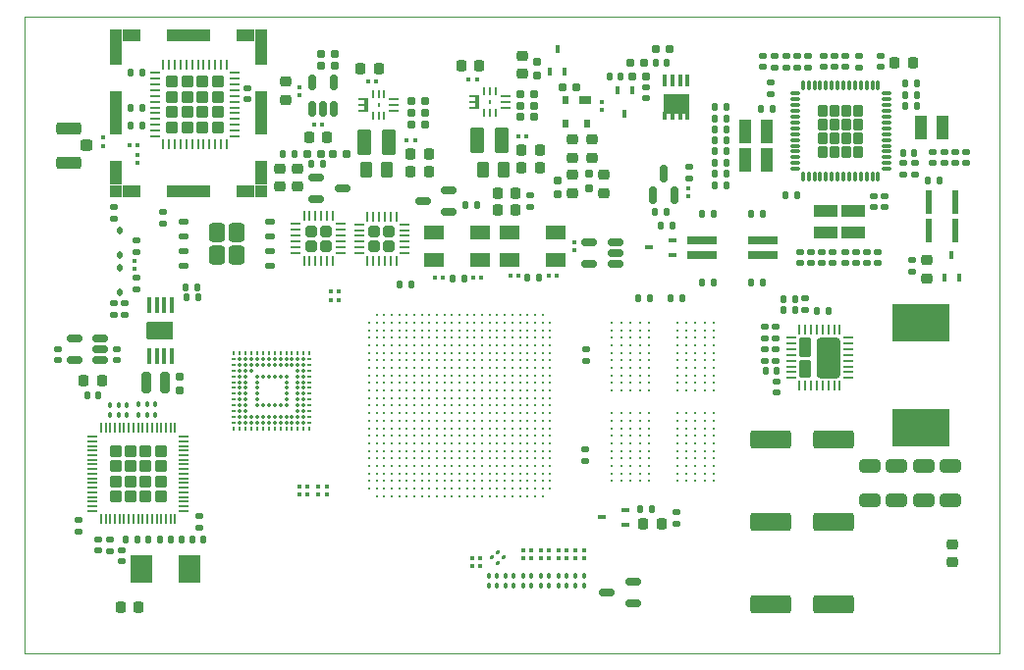
<source format=gbr>
%TF.GenerationSoftware,KiCad,Pcbnew,7.99.0-3958-g1df84f4d92*%
%TF.CreationDate,2023-12-24T01:25:56+01:00*%
%TF.ProjectId,SBC,5342432e-6b69-4636-9164-5f7063625858,rev?*%
%TF.SameCoordinates,Original*%
%TF.FileFunction,Paste,Top*%
%TF.FilePolarity,Positive*%
%FSLAX46Y46*%
G04 Gerber Fmt 4.6, Leading zero omitted, Abs format (unit mm)*
G04 Created by KiCad (PCBNEW 7.99.0-3958-g1df84f4d92) date 2023-12-24 01:25:56*
%MOMM*%
%LPD*%
G01*
G04 APERTURE LIST*
G04 Aperture macros list*
%AMRoundRect*
0 Rectangle with rounded corners*
0 $1 Rounding radius*
0 $2 $3 $4 $5 $6 $7 $8 $9 X,Y pos of 4 corners*
0 Add a 4 corners polygon primitive as box body*
4,1,4,$2,$3,$4,$5,$6,$7,$8,$9,$2,$3,0*
0 Add four circle primitives for the rounded corners*
1,1,$1+$1,$2,$3*
1,1,$1+$1,$4,$5*
1,1,$1+$1,$6,$7*
1,1,$1+$1,$8,$9*
0 Add four rect primitives between the rounded corners*
20,1,$1+$1,$2,$3,$4,$5,0*
20,1,$1+$1,$4,$5,$6,$7,0*
20,1,$1+$1,$6,$7,$8,$9,0*
20,1,$1+$1,$8,$9,$2,$3,0*%
%AMFreePoly0*
4,1,25,0.317682,0.485319,0.329034,0.475624,0.407847,0.396811,0.434540,0.344422,0.435711,0.329540,0.435711,-0.329540,0.417542,-0.385459,0.407847,-0.396811,0.329034,-0.475624,0.276645,-0.502317,0.261763,-0.503488,-0.261763,-0.503488,-0.317682,-0.485319,-0.329034,-0.475624,-0.407847,-0.396811,-0.434540,-0.344422,-0.435711,-0.329540,-0.435711,0.329540,-0.417542,0.385459,-0.407847,0.396811,
-0.329034,0.475624,-0.276645,0.502317,-0.261763,0.503488,0.261763,0.503488,0.317682,0.485319,0.317682,0.485319,$1*%
G04 Aperture macros list end*
%ADD10RoundRect,0.218750X0.256250X-0.218750X0.256250X0.218750X-0.256250X0.218750X-0.256250X-0.218750X0*%
%ADD11RoundRect,0.135000X0.135000X0.185000X-0.135000X0.185000X-0.135000X-0.185000X0.135000X-0.185000X0*%
%ADD12RoundRect,0.135000X0.185000X-0.135000X0.185000X0.135000X-0.185000X0.135000X-0.185000X-0.135000X0*%
%ADD13RoundRect,0.250000X0.435000X0.555000X-0.435000X0.555000X-0.435000X-0.555000X0.435000X-0.555000X0*%
%ADD14RoundRect,0.125000X0.262500X0.125000X-0.262500X0.125000X-0.262500X-0.125000X0.262500X-0.125000X0*%
%ADD15RoundRect,0.150000X0.512500X0.150000X-0.512500X0.150000X-0.512500X-0.150000X0.512500X-0.150000X0*%
%ADD16RoundRect,0.140000X-0.170000X0.140000X-0.170000X-0.140000X0.170000X-0.140000X0.170000X0.140000X0*%
%ADD17RoundRect,0.140000X0.140000X0.170000X-0.140000X0.170000X-0.140000X-0.170000X0.140000X-0.170000X0*%
%ADD18RoundRect,0.160000X-0.160000X0.197500X-0.160000X-0.197500X0.160000X-0.197500X0.160000X0.197500X0*%
%ADD19RoundRect,0.135000X-0.135000X-0.185000X0.135000X-0.185000X0.135000X0.185000X-0.135000X0.185000X0*%
%ADD20R,0.250000X0.700000*%
%ADD21R,0.900000X0.250000*%
%ADD22R,0.400000X1.250000*%
%ADD23R,0.250000X0.400000*%
%ADD24RoundRect,0.090000X-0.090000X0.139000X-0.090000X-0.139000X0.090000X-0.139000X0.090000X0.139000X0*%
%ADD25RoundRect,0.160000X-0.197500X-0.160000X0.197500X-0.160000X0.197500X0.160000X-0.197500X0.160000X0*%
%ADD26RoundRect,0.140000X0.170000X-0.140000X0.170000X0.140000X-0.170000X0.140000X-0.170000X-0.140000X0*%
%ADD27RoundRect,0.079500X-0.100500X0.079500X-0.100500X-0.079500X0.100500X-0.079500X0.100500X0.079500X0*%
%ADD28RoundRect,0.250000X0.285000X-0.285000X0.285000X0.285000X-0.285000X0.285000X-0.285000X-0.285000X0*%
%ADD29RoundRect,0.062500X0.062500X-0.337500X0.062500X0.337500X-0.062500X0.337500X-0.062500X-0.337500X0*%
%ADD30RoundRect,0.062500X0.337500X-0.062500X0.337500X0.062500X-0.337500X0.062500X-0.337500X-0.062500X0*%
%ADD31R,2.000000X1.100000*%
%ADD32RoundRect,0.140000X-0.140000X-0.170000X0.140000X-0.170000X0.140000X0.170000X-0.140000X0.170000X0*%
%ADD33RoundRect,0.062500X-0.375000X-0.062500X0.375000X-0.062500X0.375000X0.062500X-0.375000X0.062500X0*%
%ADD34RoundRect,0.062500X-0.062500X-0.375000X0.062500X-0.375000X0.062500X0.375000X-0.062500X0.375000X0*%
%ADD35RoundRect,0.106599X0.418401X0.723401X-0.418401X0.723401X-0.418401X-0.723401X0.418401X-0.723401X0*%
%ADD36RoundRect,0.106599X0.418401X0.633401X-0.418401X0.633401X-0.418401X-0.633401X0.418401X-0.633401X0*%
%ADD37RoundRect,0.200000X0.785000X-1.540000X0.785000X1.540000X-0.785000X1.540000X-0.785000X-1.540000X0*%
%ADD38RoundRect,0.079500X-0.079500X-0.100500X0.079500X-0.100500X0.079500X0.100500X-0.079500X0.100500X0*%
%ADD39C,0.270000*%
%ADD40RoundRect,0.079500X0.100500X-0.079500X0.100500X0.079500X-0.100500X0.079500X-0.100500X-0.079500X0*%
%ADD41R,1.000000X1.000000*%
%ADD42R,1.000000X2.130000*%
%ADD43R,1.000000X3.800000*%
%ADD44R,1.650000X1.000000*%
%ADD45R,3.800000X1.000000*%
%ADD46RoundRect,0.225000X-0.225000X-0.250000X0.225000X-0.250000X0.225000X0.250000X-0.225000X0.250000X0*%
%ADD47RoundRect,0.160000X0.197500X0.160000X-0.197500X0.160000X-0.197500X-0.160000X0.197500X-0.160000X0*%
%ADD48RoundRect,0.135000X-0.185000X0.135000X-0.185000X-0.135000X0.185000X-0.135000X0.185000X0.135000X0*%
%ADD49RoundRect,0.250000X-0.650000X0.325000X-0.650000X-0.325000X0.650000X-0.325000X0.650000X0.325000X0*%
%ADD50RoundRect,0.218750X0.218750X0.256250X-0.218750X0.256250X-0.218750X-0.256250X0.218750X-0.256250X0*%
%ADD51R,1.100000X2.000000*%
%ADD52RoundRect,0.090000X0.090000X-0.139000X0.090000X0.139000X-0.090000X0.139000X-0.090000X-0.139000X0*%
%ADD53RoundRect,0.250000X-0.255000X0.255000X-0.255000X-0.255000X0.255000X-0.255000X0.255000X0.255000X0*%
%ADD54RoundRect,0.062500X-0.062500X0.375000X-0.062500X-0.375000X0.062500X-0.375000X0.062500X0.375000X0*%
%ADD55RoundRect,0.062500X-0.375000X0.062500X-0.375000X-0.062500X0.375000X-0.062500X0.375000X0.062500X0*%
%ADD56RoundRect,0.225000X0.225000X0.250000X-0.225000X0.250000X-0.225000X-0.250000X0.225000X-0.250000X0*%
%ADD57RoundRect,0.250000X1.500000X0.550000X-1.500000X0.550000X-1.500000X-0.550000X1.500000X-0.550000X0*%
%ADD58R,0.450000X0.700000*%
%ADD59RoundRect,0.218750X-0.218750X-0.256250X0.218750X-0.256250X0.218750X0.256250X-0.218750X0.256250X0*%
%ADD60O,0.200000X0.350000*%
%ADD61O,0.350000X0.200000*%
%ADD62C,0.350000*%
%ADD63RoundRect,0.079500X0.079500X0.100500X-0.079500X0.100500X-0.079500X-0.100500X0.079500X-0.100500X0*%
%ADD64R,0.700000X0.450000*%
%ADD65RoundRect,0.225000X0.250000X-0.225000X0.250000X0.225000X-0.250000X0.225000X-0.250000X-0.225000X0*%
%ADD66R,0.450000X1.450000*%
%ADD67RoundRect,0.076200X1.066800X0.685800X-1.066800X0.685800X-1.066800X-0.685800X1.066800X-0.685800X0*%
%ADD68RoundRect,0.079500X-0.127279X-0.014849X-0.014849X-0.127279X0.127279X0.014849X0.014849X0.127279X0*%
%ADD69RoundRect,0.173913X-0.226087X-0.726087X0.226087X-0.726087X0.226087X0.726087X-0.226087X0.726087X0*%
%ADD70RoundRect,0.025000X-0.225000X-0.975000X0.225000X-0.975000X0.225000X0.975000X-0.225000X0.975000X0*%
%ADD71RoundRect,0.112500X0.112500X-0.187500X0.112500X0.187500X-0.112500X0.187500X-0.112500X-0.187500X0*%
%ADD72R,4.950000X3.175000*%
%ADD73C,0.330200*%
%ADD74FreePoly0,0.000000*%
%ADD75RoundRect,0.067500X-0.357500X-0.067500X0.357500X-0.067500X0.357500X0.067500X-0.357500X0.067500X0*%
%ADD76RoundRect,0.067500X-0.067500X0.357500X-0.067500X-0.357500X0.067500X-0.357500X0.067500X0.357500X0*%
%ADD77RoundRect,0.250000X0.262500X0.450000X-0.262500X0.450000X-0.262500X-0.450000X0.262500X-0.450000X0*%
%ADD78R,0.405000X0.990000*%
%ADD79R,2.235000X1.725000*%
%ADD80R,0.406250X0.760000*%
%ADD81R,1.900000X2.400000*%
%ADD82RoundRect,0.250000X0.275000X0.275000X-0.275000X0.275000X-0.275000X-0.275000X0.275000X-0.275000X0*%
%ADD83RoundRect,0.050000X0.362500X0.050000X-0.362500X0.050000X-0.362500X-0.050000X0.362500X-0.050000X0*%
%ADD84RoundRect,0.050000X0.050000X0.362500X-0.050000X0.362500X-0.050000X-0.362500X0.050000X-0.362500X0*%
%ADD85RoundRect,0.218750X-0.256250X0.218750X-0.256250X-0.218750X0.256250X-0.218750X0.256250X0.218750X0*%
%ADD86R,2.650000X0.760000*%
%ADD87RoundRect,0.250000X-0.375000X-0.850000X0.375000X-0.850000X0.375000X0.850000X-0.375000X0.850000X0*%
%ADD88R,1.000000X0.700000*%
%ADD89R,0.600000X0.700000*%
%ADD90R,1.800000X1.200000*%
%ADD91RoundRect,0.250000X0.275000X0.250000X-0.275000X0.250000X-0.275000X-0.250000X0.275000X-0.250000X0*%
%ADD92RoundRect,0.250000X0.850000X0.275000X-0.850000X0.275000X-0.850000X-0.275000X0.850000X-0.275000X0*%
%ADD93RoundRect,0.225000X-0.250000X0.225000X-0.250000X-0.225000X0.250000X-0.225000X0.250000X0.225000X0*%
%ADD94RoundRect,0.150000X0.150000X-0.512500X0.150000X0.512500X-0.150000X0.512500X-0.150000X-0.512500X0*%
%ADD95RoundRect,0.150000X-0.512500X-0.150000X0.512500X-0.150000X0.512500X0.150000X-0.512500X0.150000X0*%
%ADD96RoundRect,0.150000X0.150000X-0.587500X0.150000X0.587500X-0.150000X0.587500X-0.150000X-0.587500X0*%
%TA.AperFunction,Profile*%
%ADD97C,0.100000*%
%TD*%
G04 APERTURE END LIST*
D10*
%TO.C,D4*%
X104809481Y-89762514D03*
X104809481Y-88187514D03*
%TD*%
D11*
%TO.C,R84*%
X96565081Y-93818814D03*
X95545081Y-93818814D03*
%TD*%
D12*
%TO.C,R107*%
X62148081Y-122014814D03*
X62148081Y-120994814D03*
%TD*%
D13*
%TO.C,U14*%
X75802681Y-98174314D03*
X75802681Y-96174314D03*
X74102681Y-98174314D03*
X74102681Y-96174314D03*
D14*
X78702681Y-99079314D03*
X78702681Y-97809314D03*
X78702681Y-96539314D03*
X78702681Y-95269314D03*
X71202681Y-95269314D03*
X71202681Y-96539314D03*
X71202681Y-97809314D03*
X71202681Y-99079314D03*
%TD*%
D15*
%TO.C,U10*%
X108486981Y-98951014D03*
X108486981Y-98001014D03*
X108486981Y-97051014D03*
X106211981Y-97051014D03*
X106211981Y-98951014D03*
%TD*%
D11*
%TO.C,R77*%
X111593381Y-120115414D03*
X110573381Y-120115414D03*
%TD*%
D16*
%TO.C,C17*%
X122343462Y-109070028D03*
X122343462Y-110030028D03*
%TD*%
D17*
%TO.C,C60*%
X124120000Y-93030400D03*
X123160000Y-93030400D03*
%TD*%
D12*
%TO.C,R3*%
X122318462Y-105355028D03*
X122318462Y-104335028D03*
%TD*%
D16*
%TO.C,C327*%
X65882500Y-123650400D03*
X65882500Y-124610400D03*
%TD*%
D18*
%TO.C,R31*%
X106206481Y-91168514D03*
X106206481Y-92363514D03*
%TD*%
D19*
%TO.C,R86*%
X71517481Y-101818014D03*
X72537481Y-101818014D03*
%TD*%
D17*
%TO.C,C54*%
X118023462Y-92112527D03*
X117063462Y-92112527D03*
%TD*%
D16*
%TO.C,C317*%
X63920000Y-122712900D03*
X63920000Y-123672900D03*
%TD*%
%TO.C,C34*%
X129243462Y-97877528D03*
X129243462Y-98837528D03*
%TD*%
D10*
%TO.C,D5*%
X135314881Y-100151114D03*
X135314881Y-98576114D03*
%TD*%
D20*
%TO.C,U5*%
X87552481Y-86170014D03*
X88052481Y-86170014D03*
X88552481Y-86170014D03*
D21*
X89402481Y-85720014D03*
X89402481Y-85220014D03*
X89402481Y-84720014D03*
D20*
X88552481Y-84270014D03*
X88052481Y-84270014D03*
X87552481Y-84270014D03*
D21*
X86702481Y-85720014D03*
X86702481Y-85220014D03*
D22*
X86952481Y-85220014D03*
D21*
X86702481Y-84720014D03*
D23*
X88052481Y-85220014D03*
%TD*%
D24*
%TO.C,R41*%
X99714681Y-125847514D03*
X99714681Y-126712514D03*
%TD*%
D11*
%TO.C,R109*%
X67292500Y-122730400D03*
X66272500Y-122730400D03*
%TD*%
D25*
%TO.C,R23*%
X83129981Y-81818014D03*
X84324981Y-81818014D03*
%TD*%
D12*
%TO.C,R90*%
X65240000Y-95060000D03*
X65240000Y-94040000D03*
%TD*%
D26*
%TO.C,C63*%
X111093000Y-84608000D03*
X111093000Y-83648000D03*
%TD*%
D24*
%TO.C,R101*%
X65627881Y-111090114D03*
X65627881Y-111955114D03*
%TD*%
D12*
%TO.C,R9*%
X129458462Y-81970028D03*
X129458462Y-80950028D03*
%TD*%
D27*
%TO.C,C65*%
X81227481Y-83660514D03*
X81227481Y-84350514D03*
%TD*%
D16*
%TO.C,C39*%
X130193462Y-97877528D03*
X130193462Y-98837528D03*
%TD*%
D28*
%TO.C,U19*%
X70247481Y-87148014D03*
X71567481Y-87148014D03*
X72887481Y-87148014D03*
X74207481Y-87148014D03*
X70247481Y-85828014D03*
X71567481Y-85828014D03*
X72887481Y-85828014D03*
X74207481Y-85828014D03*
X70247481Y-84508014D03*
X71567481Y-84508014D03*
X72887481Y-84508014D03*
X74207481Y-84508014D03*
X70247481Y-83188014D03*
X71567481Y-83188014D03*
X72887481Y-83188014D03*
X74207481Y-83188014D03*
D29*
X69477481Y-88618014D03*
X69977481Y-88618014D03*
X70477481Y-88618014D03*
X70977481Y-88618014D03*
X71477481Y-88618014D03*
X71977481Y-88618014D03*
X72477481Y-88618014D03*
X72977481Y-88618014D03*
X73477481Y-88618014D03*
X73977481Y-88618014D03*
X74477481Y-88618014D03*
X74977481Y-88618014D03*
D30*
X75677481Y-87918014D03*
X75677481Y-87418014D03*
X75677481Y-86918014D03*
X75677481Y-86418014D03*
X75677481Y-85918014D03*
X75677481Y-85418014D03*
X75677481Y-84918014D03*
X75677481Y-84418014D03*
X75677481Y-83918014D03*
X75677481Y-83418014D03*
X75677481Y-82918014D03*
X75677481Y-82418014D03*
D29*
X74977481Y-81718014D03*
X74477481Y-81718014D03*
X73977481Y-81718014D03*
X73477481Y-81718014D03*
X72977481Y-81718014D03*
X72477481Y-81718014D03*
X71977481Y-81718014D03*
X71477481Y-81718014D03*
X70977481Y-81718014D03*
X70477481Y-81718014D03*
X69977481Y-81718014D03*
X69477481Y-81718014D03*
D30*
X68777481Y-82418014D03*
X68777481Y-82918014D03*
X68777481Y-83418014D03*
X68777481Y-83918014D03*
X68777481Y-84418014D03*
X68777481Y-84918014D03*
X68777481Y-85418014D03*
X68777481Y-85918014D03*
X68777481Y-86418014D03*
X68777481Y-86918014D03*
X68777481Y-87418014D03*
X68777481Y-87918014D03*
%TD*%
D16*
%TO.C,C38*%
X137780000Y-89230400D03*
X137780000Y-90190400D03*
%TD*%
%TO.C,C59*%
X130755962Y-93090028D03*
X130755962Y-94050028D03*
%TD*%
D31*
%TO.C,L5*%
X126593462Y-94325028D03*
X126593462Y-96225028D03*
%TD*%
D32*
%TO.C,C62*%
X133505962Y-85270028D03*
X134465962Y-85270028D03*
%TD*%
D33*
%TO.C,U2*%
X123655962Y-105270028D03*
X123655962Y-105770028D03*
X123655962Y-106270028D03*
X123655962Y-106770028D03*
X123655962Y-107270028D03*
X123655962Y-107770028D03*
X123655962Y-108270028D03*
X123655962Y-108770028D03*
D34*
X124343462Y-109457528D03*
X124843462Y-109457528D03*
X125343462Y-109457528D03*
X125843462Y-109457528D03*
X126343462Y-109457528D03*
X126843462Y-109457528D03*
X127343462Y-109457528D03*
X127843462Y-109457528D03*
D33*
X128530962Y-108770028D03*
X128530962Y-108270028D03*
X128530962Y-107770028D03*
X128530962Y-107270028D03*
X128530962Y-106770028D03*
X128530962Y-106270028D03*
X128530962Y-105770028D03*
X128530962Y-105270028D03*
D34*
X127843462Y-104582528D03*
X127343462Y-104582528D03*
X126843462Y-104582528D03*
X126343462Y-104582528D03*
X125843462Y-104582528D03*
X125343462Y-104582528D03*
X124843462Y-104582528D03*
X124343462Y-104582528D03*
D35*
X124878462Y-106110028D03*
D36*
X124878462Y-108020028D03*
D37*
X126848462Y-107020028D03*
%TD*%
D27*
%TO.C,C97*%
X81940400Y-118120600D03*
X81940400Y-118810600D03*
%TD*%
D38*
%TO.C,C74*%
X90501481Y-88268014D03*
X91191481Y-88268014D03*
%TD*%
D17*
%TO.C,C1*%
X122373462Y-108170028D03*
X121413462Y-108170028D03*
%TD*%
D12*
%TO.C,R1*%
X122318462Y-107280028D03*
X122318462Y-106260028D03*
%TD*%
D39*
%TO.C,U12*%
X108195000Y-104005400D03*
X108995000Y-104005400D03*
X109795000Y-104005400D03*
X110595000Y-104005400D03*
X111395000Y-104005400D03*
X113795000Y-104005400D03*
X114595000Y-104005400D03*
X115395000Y-104005400D03*
X116195000Y-104005400D03*
X116995000Y-104005400D03*
X108195000Y-117005400D03*
X108995000Y-117005400D03*
X109795000Y-117005400D03*
X110595000Y-117005400D03*
X111395000Y-117005400D03*
X113795000Y-117005400D03*
X114595000Y-117005400D03*
X115395000Y-117005400D03*
X116195000Y-117005400D03*
X116995000Y-117005400D03*
X108195000Y-117655400D03*
X108995000Y-117655400D03*
X109795000Y-117655400D03*
X110595000Y-117655400D03*
X111395000Y-117655400D03*
X113795000Y-117655400D03*
X114595000Y-117655400D03*
X115395000Y-117655400D03*
X116195000Y-117655400D03*
X116995000Y-117655400D03*
X108195000Y-104655400D03*
X108995000Y-104655400D03*
X109795000Y-104655400D03*
X110595000Y-104655400D03*
X111395000Y-104655400D03*
X113795000Y-104655400D03*
X114595000Y-104655400D03*
X115395000Y-104655400D03*
X116195000Y-104655400D03*
X116995000Y-104655400D03*
X108195000Y-105305400D03*
X108995000Y-105305400D03*
X109795000Y-105305400D03*
X110595000Y-105305400D03*
X111395000Y-105305400D03*
X113795000Y-105305400D03*
X114595000Y-105305400D03*
X115395000Y-105305400D03*
X116195000Y-105305400D03*
X116995000Y-105305400D03*
X108195000Y-105955400D03*
X108995000Y-105955400D03*
X109795000Y-105955400D03*
X110595000Y-105955400D03*
X111395000Y-105955400D03*
X113795000Y-105955400D03*
X114595000Y-105955400D03*
X115395000Y-105955400D03*
X116195000Y-105955400D03*
X116995000Y-105955400D03*
X108195000Y-106605400D03*
X108995000Y-106605400D03*
X109795000Y-106605400D03*
X110595000Y-106605400D03*
X111395000Y-106605400D03*
X113795000Y-106605400D03*
X114595000Y-106605400D03*
X115395000Y-106605400D03*
X116195000Y-106605400D03*
X116995000Y-106605400D03*
X108195000Y-107255400D03*
X108995000Y-107255400D03*
X109795000Y-107255400D03*
X110595000Y-107255400D03*
X111395000Y-107255400D03*
X113795000Y-107255400D03*
X114595000Y-107255400D03*
X115395000Y-107255400D03*
X116195000Y-107255400D03*
X116995000Y-107255400D03*
X108195000Y-107905400D03*
X108995000Y-107905400D03*
X109795000Y-107905400D03*
X110595000Y-107905400D03*
X111395000Y-107905400D03*
X113795000Y-107905400D03*
X114595000Y-107905400D03*
X115395000Y-107905400D03*
X116195000Y-107905400D03*
X116995000Y-107905400D03*
X108195000Y-108555400D03*
X108995000Y-108555400D03*
X109795000Y-108555400D03*
X110595000Y-108555400D03*
X111395000Y-108555400D03*
X113795000Y-108555400D03*
X114595000Y-108555400D03*
X115395000Y-108555400D03*
X116195000Y-108555400D03*
X116995000Y-108555400D03*
X108195000Y-109205400D03*
X108995000Y-109205400D03*
X109795000Y-109205400D03*
X110595000Y-109205400D03*
X111395000Y-109205400D03*
X113795000Y-109205400D03*
X114595000Y-109205400D03*
X115395000Y-109205400D03*
X116195000Y-109205400D03*
X116995000Y-109205400D03*
X108195000Y-109855400D03*
X108995000Y-109855400D03*
X109795000Y-109855400D03*
X110595000Y-109855400D03*
X111395000Y-109855400D03*
X113795000Y-109855400D03*
X114595000Y-109855400D03*
X115395000Y-109855400D03*
X116195000Y-109855400D03*
X116995000Y-109855400D03*
X108195000Y-111805400D03*
X108995000Y-111805400D03*
X109795000Y-111805400D03*
X110595000Y-111805400D03*
X111395000Y-111805400D03*
X113795000Y-111805400D03*
X114595000Y-111805400D03*
X115395000Y-111805400D03*
X116195000Y-111805400D03*
X116995000Y-111805400D03*
X108195000Y-112455400D03*
X108995000Y-112455400D03*
X109795000Y-112455400D03*
X110595000Y-112455400D03*
X111395000Y-112455400D03*
X113795000Y-112455400D03*
X114595000Y-112455400D03*
X115395000Y-112455400D03*
X116195000Y-112455400D03*
X116995000Y-112455400D03*
X108195000Y-113105400D03*
X108995000Y-113105400D03*
X109795000Y-113105400D03*
X110595000Y-113105400D03*
X111395000Y-113105400D03*
X113795000Y-113105400D03*
X114595000Y-113105400D03*
X115395000Y-113105400D03*
X116195000Y-113105400D03*
X116995000Y-113105400D03*
X108195000Y-113755400D03*
X108995000Y-113755400D03*
X109795000Y-113755400D03*
X110595000Y-113755400D03*
X111395000Y-113755400D03*
X113795000Y-113755400D03*
X114595000Y-113755400D03*
X115395000Y-113755400D03*
X116195000Y-113755400D03*
X116995000Y-113755400D03*
X108195000Y-114405400D03*
X108995000Y-114405400D03*
X109795000Y-114405400D03*
X110595000Y-114405400D03*
X111395000Y-114405400D03*
X113795000Y-114405400D03*
X114595000Y-114405400D03*
X115395000Y-114405400D03*
X116195000Y-114405400D03*
X116995000Y-114405400D03*
X108195000Y-115055400D03*
X108995000Y-115055400D03*
X109795000Y-115055400D03*
X110595000Y-115055400D03*
X111395000Y-115055400D03*
X113795000Y-115055400D03*
X114595000Y-115055400D03*
X115395000Y-115055400D03*
X116195000Y-115055400D03*
X116995000Y-115055400D03*
X108195000Y-115705400D03*
X108995000Y-115705400D03*
X109795000Y-115705400D03*
X110595000Y-115705400D03*
X111395000Y-115705400D03*
X113795000Y-115705400D03*
X114595000Y-115705400D03*
X115395000Y-115705400D03*
X116195000Y-115705400D03*
X116995000Y-115705400D03*
X108195000Y-116355400D03*
X108995000Y-116355400D03*
X109795000Y-116355400D03*
X110595000Y-116355400D03*
X111395000Y-116355400D03*
X113795000Y-116355400D03*
X114595000Y-116355400D03*
X115395000Y-116355400D03*
X116195000Y-116355400D03*
X116995000Y-116355400D03*
%TD*%
D40*
%TO.C,C314*%
X64262481Y-88724014D03*
X64262481Y-88034014D03*
%TD*%
D41*
%TO.C,J2*%
X65444481Y-79175014D03*
D42*
X65444481Y-80740014D03*
D43*
X65444481Y-85905014D03*
D42*
X65444481Y-91070014D03*
D41*
X65444481Y-92635014D03*
D44*
X66769481Y-79175014D03*
X66769481Y-92635014D03*
D45*
X71694481Y-79175014D03*
X71694481Y-92635014D03*
D44*
X76619481Y-79175014D03*
X76619481Y-92635014D03*
D41*
X77944481Y-79175014D03*
D42*
X77944481Y-80740014D03*
D43*
X77944481Y-85905014D03*
D42*
X77944481Y-91070014D03*
D41*
X77944481Y-92635014D03*
%TD*%
D17*
%TO.C,C316*%
X67657481Y-85418014D03*
X66697481Y-85418014D03*
%TD*%
D46*
%TO.C,C75*%
X90833481Y-90935014D03*
X92383481Y-90935014D03*
%TD*%
D47*
%TO.C,R17*%
X111090500Y-82728000D03*
X109895500Y-82728000D03*
%TD*%
D48*
%TO.C,R14*%
X124143462Y-80935028D03*
X124143462Y-81955028D03*
%TD*%
D27*
%TO.C,C99*%
X83566000Y-118120600D03*
X83566000Y-118810600D03*
%TD*%
D49*
%TO.C,C46*%
X130443462Y-116370028D03*
X130443462Y-119320028D03*
%TD*%
D11*
%TO.C,R67*%
X111503000Y-101924200D03*
X110483000Y-101924200D03*
%TD*%
D50*
%TO.C,D8*%
X99892581Y-94301414D03*
X98317581Y-94301414D03*
%TD*%
D48*
%TO.C,R7*%
X124875481Y-101910614D03*
X124875481Y-102930614D03*
%TD*%
D51*
%TO.C,L1*%
X121568462Y-87525028D03*
X119668462Y-87525028D03*
%TD*%
D52*
%TO.C,R48*%
X102762681Y-126712514D03*
X102762681Y-125847514D03*
%TD*%
D38*
%TO.C,C107*%
X96157481Y-125029214D03*
X96847481Y-125029214D03*
%TD*%
D53*
%TO.C,U15*%
X88950481Y-96130214D03*
X87700481Y-96130214D03*
X88950481Y-97380214D03*
X87700481Y-97380214D03*
D54*
X89575481Y-94817714D03*
X89075481Y-94817714D03*
X88575481Y-94817714D03*
X88075481Y-94817714D03*
X87575481Y-94817714D03*
X87075481Y-94817714D03*
D55*
X86387981Y-95505214D03*
X86387981Y-96005214D03*
X86387981Y-96505214D03*
X86387981Y-97005214D03*
X86387981Y-97505214D03*
X86387981Y-98005214D03*
D54*
X87075481Y-98692714D03*
X87575481Y-98692714D03*
X88075481Y-98692714D03*
X88575481Y-98692714D03*
X89075481Y-98692714D03*
X89575481Y-98692714D03*
D55*
X90262981Y-98005214D03*
X90262981Y-97505214D03*
X90262981Y-97005214D03*
X90262981Y-96505214D03*
X90262981Y-96005214D03*
X90262981Y-95505214D03*
%TD*%
D11*
%TO.C,R89*%
X80800881Y-89474314D03*
X79780881Y-89474314D03*
%TD*%
D56*
%TO.C,C287*%
X134115481Y-81545014D03*
X132565481Y-81545014D03*
%TD*%
D38*
%TO.C,C86*%
X95828286Y-82964214D03*
X96518286Y-82964214D03*
%TD*%
D27*
%TO.C,C149*%
X104916581Y-97026014D03*
X104916581Y-97716014D03*
%TD*%
D48*
%TO.C,R59*%
X114865481Y-90535014D03*
X114865481Y-91555014D03*
%TD*%
D17*
%TO.C,C49*%
X118023462Y-90175861D03*
X117063462Y-90175861D03*
%TD*%
D12*
%TO.C,R10*%
X123193462Y-81955028D03*
X123193462Y-80935028D03*
%TD*%
D57*
%TO.C,C20*%
X127293462Y-121170028D03*
X121893462Y-121170028D03*
%TD*%
D52*
%TO.C,R51*%
X104286681Y-126712514D03*
X104286681Y-125847514D03*
%TD*%
D46*
%TO.C,C85*%
X100412286Y-90584214D03*
X101962286Y-90584214D03*
%TD*%
D51*
%TO.C,L4*%
X134818462Y-87125028D03*
X136718462Y-87125028D03*
%TD*%
D17*
%TO.C,C44*%
X118023462Y-89207528D03*
X117063462Y-89207528D03*
%TD*%
D46*
%TO.C,C73*%
X82094481Y-88033514D03*
X83644481Y-88033514D03*
%TD*%
D50*
%TO.C,D7*%
X99892581Y-92802814D03*
X98317581Y-92802814D03*
%TD*%
D24*
%TO.C,R103*%
X67380481Y-111064714D03*
X67380481Y-111929714D03*
%TD*%
D58*
%TO.C,Q3*%
X102831767Y-82347095D03*
X104131767Y-82347095D03*
X103481767Y-80347095D03*
%TD*%
D16*
%TO.C,C53*%
X131705962Y-93090028D03*
X131705962Y-94050028D03*
%TD*%
D17*
%TO.C,C315*%
X67657481Y-87018014D03*
X66697481Y-87018014D03*
%TD*%
D16*
%TO.C,C26*%
X128318462Y-80965028D03*
X128318462Y-81925028D03*
%TD*%
D52*
%TO.C,R46*%
X100527481Y-126712514D03*
X100527481Y-125847514D03*
%TD*%
D59*
%TO.C,FB8*%
X62632500Y-108992900D03*
X64207500Y-108992900D03*
%TD*%
D47*
%TO.C,R25*%
X92078981Y-86871014D03*
X90883981Y-86871014D03*
%TD*%
D38*
%TO.C,C162*%
X102718481Y-99963014D03*
X103408481Y-99963014D03*
%TD*%
D26*
%TO.C,C64*%
X65470000Y-107258462D03*
X65470000Y-106298462D03*
%TD*%
D19*
%TO.C,R79*%
X115934681Y-94563014D03*
X116954681Y-94563014D03*
%TD*%
D51*
%TO.C,L2*%
X121568462Y-89925028D03*
X119668462Y-89925028D03*
%TD*%
D46*
%TO.C,C76*%
X86515481Y-82045014D03*
X88065481Y-82045014D03*
%TD*%
D60*
%TO.C,U13*%
X75600000Y-106625000D03*
X76100000Y-106625000D03*
X76600000Y-106625000D03*
X77100000Y-106625000D03*
X77600000Y-106625000D03*
X78100000Y-106625000D03*
X78600000Y-106625000D03*
X79100000Y-106625000D03*
X79600000Y-106625000D03*
X80100000Y-106625000D03*
X80600000Y-106625000D03*
X81100000Y-106625000D03*
X81600000Y-106625000D03*
X82100000Y-106625000D03*
D61*
X75600000Y-107125000D03*
D62*
X76100000Y-107125000D03*
X76600000Y-107125000D03*
X77100000Y-107125000D03*
X77600000Y-107125000D03*
X78100000Y-107125000D03*
X78600000Y-107125000D03*
X79100000Y-107125000D03*
X79600000Y-107125000D03*
X80100000Y-107125000D03*
X80600000Y-107125000D03*
X81100000Y-107125000D03*
X81600000Y-107125000D03*
D61*
X82100000Y-107125000D03*
X75600000Y-107625000D03*
D62*
X76100000Y-107625000D03*
X76600000Y-107625000D03*
X77100000Y-107625000D03*
X77600000Y-107625000D03*
X78100000Y-107625000D03*
X78600000Y-107625000D03*
X79100000Y-107625000D03*
X79600000Y-107625000D03*
X80100000Y-107625000D03*
X80600000Y-107625000D03*
X81100000Y-107625000D03*
X81600000Y-107625000D03*
D61*
X82100000Y-107625000D03*
X75600000Y-108125000D03*
D62*
X76100000Y-108125000D03*
X76600000Y-108125000D03*
X77100000Y-108125000D03*
X81100000Y-108125000D03*
X81600000Y-108125000D03*
D61*
X82100000Y-108125000D03*
X75600000Y-108625000D03*
D62*
X76100000Y-108625000D03*
X76600000Y-108625000D03*
X77600000Y-108625000D03*
X78100000Y-108625000D03*
X78600000Y-108625000D03*
X79100000Y-108625000D03*
X79600000Y-108625000D03*
X80100000Y-108625000D03*
X81100000Y-108625000D03*
X81600000Y-108625000D03*
D61*
X82100000Y-108625000D03*
X75600000Y-109125000D03*
D62*
X76100000Y-109125000D03*
X76600000Y-109125000D03*
X77600000Y-109125000D03*
X80100000Y-109125000D03*
X81100000Y-109125000D03*
X81600000Y-109125000D03*
D61*
X82100000Y-109125000D03*
X75600000Y-109625000D03*
D62*
X76100000Y-109625000D03*
X76600000Y-109625000D03*
X77600000Y-109625000D03*
X80100000Y-109625000D03*
X81100000Y-109625000D03*
X81600000Y-109625000D03*
D61*
X82100000Y-109625000D03*
X75600000Y-110125000D03*
D62*
X76100000Y-110125000D03*
X76600000Y-110125000D03*
X77600000Y-110125000D03*
X80100000Y-110125000D03*
X81100000Y-110125000D03*
X81600000Y-110125000D03*
D61*
X82100000Y-110125000D03*
X75600000Y-110625000D03*
D62*
X76100000Y-110625000D03*
X76600000Y-110625000D03*
X77600000Y-110625000D03*
X80100000Y-110625000D03*
X81100000Y-110625000D03*
X81600000Y-110625000D03*
D61*
X82100000Y-110625000D03*
X75600000Y-111125000D03*
D62*
X76100000Y-111125000D03*
X76600000Y-111125000D03*
X77600000Y-111125000D03*
X78100000Y-111125000D03*
X78600000Y-111125000D03*
X79100000Y-111125000D03*
X79600000Y-111125000D03*
X80100000Y-111125000D03*
X81100000Y-111125000D03*
X81600000Y-111125000D03*
D61*
X82100000Y-111125000D03*
X75600000Y-111625000D03*
D62*
X76100000Y-111625000D03*
X76600000Y-111625000D03*
X81100000Y-111625000D03*
X81600000Y-111625000D03*
D61*
X82100000Y-111625000D03*
X75600000Y-112125000D03*
D62*
X76100000Y-112125000D03*
X76600000Y-112125000D03*
X77100000Y-112125000D03*
X77600000Y-112125000D03*
X78100000Y-112125000D03*
X78600000Y-112125000D03*
X79100000Y-112125000D03*
X79600000Y-112125000D03*
X80100000Y-112125000D03*
X80600000Y-112125000D03*
X81100000Y-112125000D03*
X81600000Y-112125000D03*
D61*
X82100000Y-112125000D03*
X75600000Y-112625000D03*
D62*
X76100000Y-112625000D03*
X76600000Y-112625000D03*
X77100000Y-112625000D03*
X77600000Y-112625000D03*
X78100000Y-112625000D03*
X78600000Y-112625000D03*
X79100000Y-112625000D03*
X79600000Y-112625000D03*
X80100000Y-112625000D03*
X80600000Y-112625000D03*
X81100000Y-112625000D03*
X81600000Y-112625000D03*
D61*
X82100000Y-112625000D03*
D60*
X75600000Y-113125000D03*
X76100000Y-113125000D03*
X76600000Y-113125000D03*
X77100000Y-113125000D03*
X77600000Y-113125000D03*
X78100000Y-113125000D03*
X78600000Y-113125000D03*
X79100000Y-113125000D03*
X79600000Y-113125000D03*
X80100000Y-113125000D03*
X80600000Y-113125000D03*
X81100000Y-113125000D03*
X81600000Y-113125000D03*
X82100000Y-113125000D03*
%TD*%
D48*
%TO.C,R12*%
X122193462Y-80935028D03*
X122193462Y-81955028D03*
%TD*%
D25*
%TO.C,R19*%
X84127481Y-89418014D03*
X85322481Y-89418014D03*
%TD*%
D46*
%TO.C,C77*%
X90833481Y-89411014D03*
X92383481Y-89411014D03*
%TD*%
D57*
%TO.C,C27*%
X127293462Y-114070028D03*
X121893462Y-114070028D03*
%TD*%
D38*
%TO.C,C78*%
X87133481Y-83188014D03*
X87823481Y-83188014D03*
%TD*%
D12*
%TO.C,R75*%
X134070281Y-99594214D03*
X134070281Y-98574214D03*
%TD*%
D27*
%TO.C,C96*%
X81229200Y-118120600D03*
X81229200Y-118810600D03*
%TD*%
D12*
%TO.C,R2*%
X121368462Y-107280028D03*
X121368462Y-106260028D03*
%TD*%
D19*
%TO.C,R78*%
X120172481Y-94563014D03*
X121192481Y-94563014D03*
%TD*%
D31*
%TO.C,L3*%
X128993462Y-94325028D03*
X128993462Y-96225028D03*
%TD*%
D63*
%TO.C,C132*%
X93629481Y-100090014D03*
X92939481Y-100090014D03*
%TD*%
D27*
%TO.C,C106*%
X105759881Y-123649014D03*
X105759881Y-124339014D03*
%TD*%
D64*
%TO.C,Q7*%
X113394681Y-98169814D03*
X113394681Y-96869814D03*
X111394681Y-97519814D03*
%TD*%
D17*
%TO.C,C50*%
X118023462Y-87307528D03*
X117063462Y-87307528D03*
%TD*%
D65*
%TO.C,C80*%
X107476481Y-92798014D03*
X107476481Y-91248014D03*
%TD*%
D24*
%TO.C,R44*%
X105048681Y-125847514D03*
X105048681Y-126712514D03*
%TD*%
D66*
%TO.C,U6*%
X68276281Y-106859014D03*
X68926281Y-106859014D03*
X69576281Y-106859014D03*
X70226281Y-106859014D03*
X70226281Y-102459014D03*
X69576281Y-102459014D03*
X68926281Y-102459014D03*
D67*
X69251281Y-104659014D03*
D66*
X68276281Y-102459014D03*
%TD*%
D68*
%TO.C,C102*%
X97858529Y-124274062D03*
X98346433Y-124761966D03*
%TD*%
D24*
%TO.C,R43*%
X105759881Y-125847514D03*
X105759881Y-126712514D03*
%TD*%
%TO.C,R104*%
X68091681Y-111064714D03*
X68091681Y-111929714D03*
%TD*%
D19*
%TO.C,R35*%
X89882881Y-100676814D03*
X90902881Y-100676814D03*
%TD*%
D65*
%TO.C,C290*%
X137567200Y-124662600D03*
X137567200Y-123112600D03*
%TD*%
D47*
%TO.C,R18*%
X83074981Y-89418014D03*
X81879981Y-89418014D03*
%TD*%
D16*
%TO.C,C32*%
X127243462Y-97877528D03*
X127243462Y-98837528D03*
%TD*%
D48*
%TO.C,R57*%
X121915481Y-83285014D03*
X121915481Y-84305014D03*
%TD*%
D19*
%TO.C,R81*%
X115934681Y-100557414D03*
X116954681Y-100557414D03*
%TD*%
D38*
%TO.C,C82*%
X100080286Y-87917214D03*
X100770286Y-87917214D03*
%TD*%
D52*
%TO.C,R52*%
X103575481Y-126712514D03*
X103575481Y-125847514D03*
%TD*%
D17*
%TO.C,C16*%
X134465962Y-83370028D03*
X133505962Y-83370028D03*
%TD*%
D69*
%TO.C,L7*%
X69602881Y-109160414D03*
X68002881Y-109160414D03*
%TD*%
D70*
%TO.C,SW2*%
X137815481Y-96045014D03*
X135515481Y-96045014D03*
%TD*%
D19*
%TO.C,R108*%
X68172500Y-122730400D03*
X69192500Y-122730400D03*
%TD*%
D70*
%TO.C,SW1*%
X137815481Y-93545014D03*
X135515481Y-93545014D03*
%TD*%
D26*
%TO.C,C48*%
X121193462Y-81945028D03*
X121193462Y-80985028D03*
%TD*%
D49*
%TO.C,C42*%
X132743462Y-116370028D03*
X132743462Y-119320028D03*
%TD*%
D11*
%TO.C,R58*%
X136475481Y-91745014D03*
X135455481Y-91745014D03*
%TD*%
D71*
%TO.C,D10*%
X65720000Y-98130000D03*
X65720000Y-96030000D03*
%TD*%
D72*
%TO.C,L6*%
X134793462Y-104012528D03*
X134793462Y-113027528D03*
%TD*%
D27*
%TO.C,C100*%
X105048681Y-123649014D03*
X105048681Y-124339014D03*
%TD*%
D73*
%TO.C,U9*%
X87245000Y-118305400D03*
X87245000Y-117655400D03*
X87245000Y-117005400D03*
X87245000Y-116355400D03*
X87245000Y-115705400D03*
X87245000Y-115055400D03*
X87245000Y-114405400D03*
X87245000Y-113755400D03*
X87245000Y-113105400D03*
X87245000Y-112455400D03*
X87245000Y-111805400D03*
X87245000Y-111155400D03*
X87245000Y-110505400D03*
X87245000Y-109855400D03*
X87245000Y-109205400D03*
X87245000Y-108555400D03*
X87245000Y-107905400D03*
X87245000Y-107255400D03*
X87245000Y-106605400D03*
X87245000Y-105955400D03*
X87245000Y-105305400D03*
X87245000Y-104655400D03*
X87245000Y-104005400D03*
X100245000Y-118955400D03*
X100245000Y-118305400D03*
X100245000Y-117655400D03*
X100245000Y-117005400D03*
X100245000Y-116355400D03*
X100245000Y-115705400D03*
X100245000Y-115055400D03*
X100245000Y-114405400D03*
X100245000Y-113755400D03*
X100245000Y-113105400D03*
X100245000Y-112455400D03*
X100245000Y-111805400D03*
X100245000Y-111155400D03*
X100245000Y-110505400D03*
X100245000Y-109855400D03*
X100245000Y-109205400D03*
X100245000Y-108555400D03*
X100245000Y-107905400D03*
X100245000Y-107255400D03*
X100245000Y-106605400D03*
X100245000Y-105955400D03*
X100245000Y-105305400D03*
X100245000Y-104655400D03*
X100245000Y-104005400D03*
X100245000Y-103355400D03*
X100895000Y-118955400D03*
X100895000Y-118305400D03*
X100895000Y-117655400D03*
X100895000Y-117005400D03*
X100895000Y-116355400D03*
X100895000Y-115705400D03*
X100895000Y-115055400D03*
X100895000Y-114405400D03*
X100895000Y-113755400D03*
X100895000Y-113105400D03*
X100895000Y-112455400D03*
X100895000Y-111805400D03*
X100895000Y-111155400D03*
X100895000Y-110505400D03*
X100895000Y-109855400D03*
X100895000Y-109205400D03*
X100895000Y-108555400D03*
X100895000Y-107905400D03*
X100895000Y-107255400D03*
X100895000Y-106605400D03*
X100895000Y-105955400D03*
X100895000Y-105305400D03*
X100895000Y-104655400D03*
X100895000Y-104005400D03*
X100895000Y-103355400D03*
X101545000Y-118955400D03*
X101545000Y-118305400D03*
X101545000Y-117655400D03*
X101545000Y-117005400D03*
X101545000Y-116355400D03*
X101545000Y-115705400D03*
X101545000Y-115055400D03*
X101545000Y-114405400D03*
X101545000Y-113755400D03*
X101545000Y-113105400D03*
X101545000Y-112455400D03*
X101545000Y-111805400D03*
X101545000Y-111155400D03*
X101545000Y-110505400D03*
X101545000Y-109855400D03*
X101545000Y-109205400D03*
X101545000Y-108555400D03*
X101545000Y-107905400D03*
X101545000Y-107255400D03*
X101545000Y-106605400D03*
X101545000Y-105955400D03*
X101545000Y-105305400D03*
X101545000Y-104655400D03*
X101545000Y-104005400D03*
X101545000Y-103355400D03*
X102195000Y-118955400D03*
X102195000Y-118305400D03*
X102195000Y-117655400D03*
X102195000Y-117005400D03*
X102195000Y-116355400D03*
X102195000Y-115705400D03*
X102195000Y-115055400D03*
X102195000Y-114405400D03*
X102195000Y-113755400D03*
X102195000Y-113105400D03*
X102195000Y-112455400D03*
X102195000Y-111805400D03*
X102195000Y-111155400D03*
X102195000Y-110505400D03*
X102195000Y-109855400D03*
X102195000Y-109205400D03*
X102195000Y-108555400D03*
X102195000Y-107905400D03*
X102195000Y-107255400D03*
X102195000Y-106605400D03*
X102195000Y-105955400D03*
X102195000Y-105305400D03*
X102195000Y-104655400D03*
X102195000Y-104005400D03*
X102195000Y-103355400D03*
X102845000Y-118305400D03*
X102845000Y-117655400D03*
X102845000Y-117005400D03*
X102845000Y-116355400D03*
X102845000Y-115705400D03*
X102845000Y-115055400D03*
X102845000Y-114405400D03*
X102845000Y-113755400D03*
X102845000Y-113105400D03*
X102845000Y-112455400D03*
X102845000Y-111805400D03*
X102845000Y-111155400D03*
X102845000Y-110505400D03*
X102845000Y-109855400D03*
X102845000Y-109205400D03*
X102845000Y-108555400D03*
X102845000Y-107905400D03*
X102845000Y-107255400D03*
X102845000Y-106605400D03*
X102845000Y-105955400D03*
X102845000Y-105305400D03*
X102845000Y-104655400D03*
X102845000Y-104005400D03*
X87895000Y-118955400D03*
X87895000Y-118305400D03*
X87895000Y-117655400D03*
X87895000Y-117005400D03*
X87895000Y-116355400D03*
X87895000Y-115705400D03*
X87895000Y-115055400D03*
X87895000Y-114405400D03*
X87895000Y-113755400D03*
X87895000Y-113105400D03*
X87895000Y-112455400D03*
X87895000Y-111805400D03*
X87895000Y-111155400D03*
X87895000Y-110505400D03*
X87895000Y-109855400D03*
X87895000Y-109205400D03*
X87895000Y-108555400D03*
X87895000Y-107905400D03*
X87895000Y-107255400D03*
X87895000Y-106605400D03*
X87895000Y-105955400D03*
X87895000Y-105305400D03*
X87895000Y-104655400D03*
X87895000Y-104005400D03*
X87895000Y-103355400D03*
X88545000Y-118955400D03*
X88545000Y-118305400D03*
X88545000Y-117655400D03*
X88545000Y-117005400D03*
X88545000Y-116355400D03*
X88545000Y-115705400D03*
X88545000Y-115055400D03*
X88545000Y-114405400D03*
X88545000Y-113755400D03*
X88545000Y-113105400D03*
X88545000Y-112455400D03*
X88545000Y-111805400D03*
X88545000Y-111155400D03*
X88545000Y-110505400D03*
X88545000Y-109855400D03*
X88545000Y-109205400D03*
X88545000Y-108555400D03*
X88545000Y-107905400D03*
X88545000Y-107255400D03*
X88545000Y-106605400D03*
X88545000Y-105955400D03*
X88545000Y-105305400D03*
X88545000Y-104655400D03*
X88545000Y-104005400D03*
X88545000Y-103355400D03*
X89195000Y-118955400D03*
X89195000Y-118305400D03*
X89195000Y-117655400D03*
X89195000Y-117005400D03*
X89195000Y-116355400D03*
X89195000Y-115705400D03*
X89195000Y-115055400D03*
X89195000Y-114405400D03*
X89195000Y-113755400D03*
X89195000Y-113105400D03*
X89195000Y-112455400D03*
X89195000Y-111805400D03*
X89195000Y-111155400D03*
X89195000Y-110505400D03*
X89195000Y-109855400D03*
X89195000Y-109205400D03*
X89195000Y-108555400D03*
X89195000Y-107905400D03*
X89195000Y-107255400D03*
X89195000Y-106605400D03*
X89195000Y-105955400D03*
X89195000Y-105305400D03*
X89195000Y-104655400D03*
X89195000Y-104005400D03*
X89195000Y-103355400D03*
X89845000Y-118955400D03*
X89845000Y-118305400D03*
X89845000Y-117655400D03*
X89845000Y-117005400D03*
X89845000Y-116355400D03*
X89845000Y-115705400D03*
X89845000Y-115055400D03*
X89845000Y-114405400D03*
X89845000Y-113755400D03*
X89845000Y-113105400D03*
X89845000Y-112455400D03*
X89845000Y-111805400D03*
X89845000Y-111155400D03*
X89845000Y-110505400D03*
X89845000Y-109855400D03*
X89845000Y-109205400D03*
X89845000Y-108555400D03*
X89845000Y-107905400D03*
X89845000Y-107255400D03*
X89845000Y-106605400D03*
X89845000Y-105955400D03*
X89845000Y-105305400D03*
X89845000Y-104655400D03*
X89845000Y-104005400D03*
X89845000Y-103355400D03*
X90495000Y-118955400D03*
X90495000Y-118305400D03*
X90495000Y-117655400D03*
X90495000Y-117005400D03*
X90495000Y-116355400D03*
X90495000Y-115705400D03*
X90495000Y-115055400D03*
X90495000Y-114405400D03*
X90495000Y-113755400D03*
X90495000Y-113105400D03*
X90495000Y-112455400D03*
X90495000Y-111805400D03*
X90495000Y-111155400D03*
X90495000Y-110505400D03*
X90495000Y-109855400D03*
X90495000Y-109205400D03*
X90495000Y-108555400D03*
X90495000Y-107905400D03*
X90495000Y-107255400D03*
X90495000Y-106605400D03*
X90495000Y-105955400D03*
X90495000Y-105305400D03*
X90495000Y-104655400D03*
X90495000Y-104005400D03*
X90495000Y-103355400D03*
X91145000Y-118955400D03*
X91145000Y-118305400D03*
X91145000Y-117655400D03*
X91145000Y-117005400D03*
X91145000Y-116355400D03*
X91145000Y-115705400D03*
X91145000Y-115055400D03*
X91145000Y-114405400D03*
X91145000Y-113755400D03*
X91145000Y-113105400D03*
X91145000Y-112455400D03*
X91145000Y-111805400D03*
X91145000Y-111155400D03*
X91145000Y-110505400D03*
X91145000Y-109855400D03*
X91145000Y-109205400D03*
X91145000Y-108555400D03*
X91145000Y-107905400D03*
X91145000Y-107255400D03*
X91145000Y-106605400D03*
X91145000Y-105955400D03*
X91145000Y-105305400D03*
X91145000Y-104655400D03*
X91145000Y-104005400D03*
X91145000Y-103355400D03*
X91795000Y-118955400D03*
X91795000Y-118305400D03*
X91795000Y-117655400D03*
X91795000Y-117005400D03*
X91795000Y-116355400D03*
X91795000Y-115705400D03*
X91795000Y-115055400D03*
X91795000Y-114405400D03*
X91795000Y-113755400D03*
X91795000Y-113105400D03*
X91795000Y-112455400D03*
X91795000Y-111805400D03*
X91795000Y-111155400D03*
X91795000Y-110505400D03*
X91795000Y-109855400D03*
X91795000Y-109205400D03*
X91795000Y-108555400D03*
X91795000Y-107905400D03*
X91795000Y-107255400D03*
X91795000Y-106605400D03*
X91795000Y-105955400D03*
X91795000Y-105305400D03*
X91795000Y-104655400D03*
X91795000Y-104005400D03*
X91795000Y-103355400D03*
X92445000Y-118955400D03*
X92445000Y-118305400D03*
X92445000Y-117655400D03*
X92445000Y-117005400D03*
X92445000Y-116355400D03*
X92445000Y-115705400D03*
X92445000Y-115055400D03*
X92445000Y-114405400D03*
X92445000Y-113755400D03*
X92445000Y-113105400D03*
X92445000Y-112455400D03*
X92445000Y-111805400D03*
X92445000Y-111155400D03*
X92445000Y-110505400D03*
X92445000Y-109855400D03*
X92445000Y-109205400D03*
X92445000Y-108555400D03*
X92445000Y-107905400D03*
X92445000Y-107255400D03*
X92445000Y-106605400D03*
X92445000Y-105955400D03*
X92445000Y-105305400D03*
X92445000Y-104655400D03*
X92445000Y-104005400D03*
X92445000Y-103355400D03*
X93095000Y-118955400D03*
X93095000Y-118305400D03*
X93095000Y-117655400D03*
X93095000Y-117005400D03*
X93095000Y-116355400D03*
X93095000Y-115705400D03*
X93095000Y-115055400D03*
X93095000Y-114405400D03*
X93095000Y-113755400D03*
X93095000Y-113105400D03*
X93095000Y-112455400D03*
X93095000Y-111805400D03*
X93095000Y-111155400D03*
X93095000Y-110505400D03*
X93095000Y-109855400D03*
X93095000Y-109205400D03*
X93095000Y-108555400D03*
X93095000Y-107905400D03*
X93095000Y-107255400D03*
X93095000Y-106605400D03*
X93095000Y-105955400D03*
X93095000Y-105305400D03*
X93095000Y-104655400D03*
X93095000Y-104005400D03*
X93095000Y-103355400D03*
X93745000Y-118955400D03*
X93745000Y-118305400D03*
X93745000Y-117655400D03*
X93745000Y-117005400D03*
X93745000Y-116355400D03*
X93745000Y-115705400D03*
X93745000Y-115055400D03*
X93745000Y-114405400D03*
X93745000Y-113755400D03*
X93745000Y-113105400D03*
X93745000Y-112455400D03*
X93745000Y-111805400D03*
X93745000Y-111155400D03*
X93745000Y-110505400D03*
X93745000Y-109855400D03*
X93745000Y-109205400D03*
X93745000Y-108555400D03*
X93745000Y-107905400D03*
X93745000Y-107255400D03*
X93745000Y-106605400D03*
X93745000Y-105955400D03*
X93745000Y-105305400D03*
X93745000Y-104655400D03*
X93745000Y-104005400D03*
X93745000Y-103355400D03*
X94395000Y-118955400D03*
X94395000Y-118305400D03*
X94395000Y-117655400D03*
X94395000Y-117005400D03*
X94395000Y-116355400D03*
X94395000Y-115705400D03*
X94395000Y-115055400D03*
X94395000Y-114405400D03*
X94395000Y-113755400D03*
X94395000Y-113105400D03*
X94395000Y-112455400D03*
X94395000Y-111805400D03*
X94395000Y-111155400D03*
X94395000Y-110505400D03*
X94395000Y-109855400D03*
X94395000Y-109205400D03*
X94395000Y-108555400D03*
X94395000Y-107905400D03*
X94395000Y-107255400D03*
X94395000Y-106605400D03*
X94395000Y-105955400D03*
X94395000Y-105305400D03*
X94395000Y-104655400D03*
X94395000Y-104005400D03*
X94395000Y-103355400D03*
X95045000Y-118955400D03*
X95045000Y-118305400D03*
X95045000Y-117655400D03*
X95045000Y-117005400D03*
X95045000Y-116355400D03*
X95045000Y-115705400D03*
X95045000Y-115055400D03*
X95045000Y-114405400D03*
X95045000Y-113755400D03*
X95045000Y-113105400D03*
X95045000Y-112455400D03*
X95045000Y-111805400D03*
X95045000Y-111155400D03*
X95045000Y-110505400D03*
X95045000Y-109855400D03*
X95045000Y-109205400D03*
X95045000Y-108555400D03*
X95045000Y-107905400D03*
X95045000Y-107255400D03*
X95045000Y-106605400D03*
X95045000Y-105955400D03*
X95045000Y-105305400D03*
X95045000Y-104655400D03*
X95045000Y-104005400D03*
X95045000Y-103355400D03*
X95695000Y-118955400D03*
X95695000Y-118305400D03*
X95695000Y-117655400D03*
X95695000Y-117005400D03*
X95695000Y-116355400D03*
X95695000Y-115705400D03*
X95695000Y-115055400D03*
X95695000Y-114405400D03*
X95695000Y-113755400D03*
X95695000Y-113105400D03*
X95695000Y-112455400D03*
X95695000Y-111805400D03*
X95695000Y-111155400D03*
X95695000Y-110505400D03*
X95695000Y-109855400D03*
X95695000Y-109205400D03*
X95695000Y-108555400D03*
X95695000Y-107905400D03*
X95695000Y-107255400D03*
X95695000Y-106605400D03*
X95695000Y-105955400D03*
X95695000Y-105305400D03*
X95695000Y-104655400D03*
X95695000Y-104005400D03*
X95695000Y-103355400D03*
X96345000Y-118955400D03*
X96345000Y-118305400D03*
X96345000Y-117655400D03*
X96345000Y-117005400D03*
X96345000Y-116355400D03*
X96345000Y-115705400D03*
X96345000Y-115055400D03*
X96345000Y-114405400D03*
X96345000Y-113755400D03*
X96345000Y-113105400D03*
X96345000Y-112455400D03*
X96345000Y-111805400D03*
X96345000Y-111155400D03*
X96345000Y-110505400D03*
X96345000Y-109855400D03*
X96345000Y-109205400D03*
X96345000Y-108555400D03*
X96345000Y-107905400D03*
X96345000Y-107255400D03*
X96345000Y-106605400D03*
X96345000Y-105955400D03*
X96345000Y-105305400D03*
X96345000Y-104655400D03*
X96345000Y-104005400D03*
X96345000Y-103355400D03*
X96995000Y-118955400D03*
X96995000Y-118305400D03*
X96995000Y-117655400D03*
X96995000Y-117005400D03*
X96995000Y-116355400D03*
X96995000Y-115705400D03*
X96995000Y-115055400D03*
X96995000Y-114405400D03*
X96995000Y-113755400D03*
X96995000Y-113105400D03*
X96995000Y-112455400D03*
X96995000Y-111805400D03*
X96995000Y-111155400D03*
X96995000Y-110505400D03*
X96995000Y-109855400D03*
X96995000Y-109205400D03*
X96995000Y-108555400D03*
X96995000Y-107905400D03*
X96995000Y-107255400D03*
X96995000Y-106605400D03*
X96995000Y-105955400D03*
X96995000Y-105305400D03*
X96995000Y-104655400D03*
X96995000Y-104005400D03*
X96995000Y-103355400D03*
X97645000Y-118955400D03*
X97645000Y-118305400D03*
X97645000Y-117655400D03*
X97645000Y-117005400D03*
X97645000Y-116355400D03*
X97645000Y-115705400D03*
X97645000Y-115055400D03*
X97645000Y-114405400D03*
X97645000Y-113755400D03*
X97645000Y-113105400D03*
X97645000Y-112455400D03*
X97645000Y-111805400D03*
X97645000Y-111155400D03*
X97645000Y-110505400D03*
X97645000Y-109855400D03*
X97645000Y-109205400D03*
X97645000Y-108555400D03*
X97645000Y-107905400D03*
X97645000Y-107255400D03*
X97645000Y-106605400D03*
X97645000Y-105955400D03*
X97645000Y-105305400D03*
X97645000Y-104655400D03*
X97645000Y-104005400D03*
X97645000Y-103355400D03*
X98295000Y-118955400D03*
X98295000Y-118305400D03*
X98295000Y-117655400D03*
X98295000Y-117005400D03*
X98295000Y-116355400D03*
X98295000Y-115705400D03*
X98295000Y-115055400D03*
X98295000Y-114405400D03*
X98295000Y-113755400D03*
X98295000Y-113105400D03*
X98295000Y-112455400D03*
X98295000Y-111805400D03*
X98295000Y-111155400D03*
X98295000Y-110505400D03*
X98295000Y-109855400D03*
X98295000Y-109205400D03*
X98295000Y-108555400D03*
X98295000Y-107905400D03*
X98295000Y-107255400D03*
X98295000Y-106605400D03*
X98295000Y-105955400D03*
X98295000Y-105305400D03*
X98295000Y-104655400D03*
X98295000Y-104005400D03*
X98295000Y-103355400D03*
X98945000Y-118955400D03*
X98945000Y-118305400D03*
X98945000Y-117655400D03*
X98945000Y-117005400D03*
X98945000Y-116355400D03*
X98945000Y-115705400D03*
X98945000Y-115055400D03*
X98945000Y-114405400D03*
X98945000Y-113755400D03*
X98945000Y-113105400D03*
X98945000Y-112455400D03*
X98945000Y-111805400D03*
X98945000Y-111155400D03*
X98945000Y-110505400D03*
X98945000Y-109855400D03*
X98945000Y-109205400D03*
X98945000Y-108555400D03*
X98945000Y-107905400D03*
X98945000Y-107255400D03*
X98945000Y-106605400D03*
X98945000Y-105955400D03*
X98945000Y-105305400D03*
X98945000Y-104655400D03*
X98945000Y-104005400D03*
X98945000Y-103355400D03*
X99595000Y-118955400D03*
X99595000Y-118305400D03*
X99595000Y-117655400D03*
X99595000Y-117005400D03*
X99595000Y-116355400D03*
X99595000Y-115705400D03*
X99595000Y-115055400D03*
X99595000Y-114405400D03*
X99595000Y-113755400D03*
X99595000Y-113105400D03*
X99595000Y-112455400D03*
X99595000Y-111805400D03*
X99595000Y-111155400D03*
X99595000Y-110505400D03*
X99595000Y-109855400D03*
X99595000Y-109205400D03*
X99595000Y-108555400D03*
X99595000Y-107905400D03*
X99595000Y-107255400D03*
X99595000Y-106605400D03*
X99595000Y-105955400D03*
X99595000Y-105305400D03*
X99595000Y-104655400D03*
X99595000Y-104005400D03*
X99595000Y-103355400D03*
%TD*%
D10*
%TO.C,D2*%
X100433767Y-82515595D03*
X100433767Y-80940595D03*
%TD*%
D20*
%TO.C,U7*%
X97141767Y-85910228D03*
X97641767Y-85910228D03*
X98141767Y-85910228D03*
D21*
X98991767Y-85460228D03*
X98991767Y-84960228D03*
X98991767Y-84460228D03*
D20*
X98141767Y-84010228D03*
X97641767Y-84010228D03*
X97141767Y-84010228D03*
D21*
X96291767Y-85460228D03*
X96291767Y-84960228D03*
D22*
X96541767Y-84960228D03*
D21*
X96291767Y-84460228D03*
D23*
X97641767Y-84960228D03*
%TD*%
D32*
%TO.C,C61*%
X133318462Y-89325028D03*
X134278462Y-89325028D03*
%TD*%
D15*
%TO.C,U3*%
X64082500Y-107258462D03*
X64082500Y-106308462D03*
X64082500Y-105358462D03*
X61807500Y-105358462D03*
X61807500Y-107258462D03*
%TD*%
D27*
%TO.C,C110*%
X102762681Y-123649014D03*
X102762681Y-124339014D03*
%TD*%
D63*
%TO.C,C148*%
X100106481Y-99963014D03*
X99416481Y-99963014D03*
%TD*%
D38*
%TO.C,C159*%
X96241481Y-100090014D03*
X96931481Y-100090014D03*
%TD*%
D47*
%TO.C,R27*%
X101489267Y-84310228D03*
X100294267Y-84310228D03*
%TD*%
D63*
%TO.C,C94*%
X84647481Y-102018014D03*
X83957481Y-102018014D03*
%TD*%
D17*
%TO.C,C45*%
X118023462Y-88257528D03*
X117063462Y-88257528D03*
%TD*%
D27*
%TO.C,C211*%
X114765481Y-92400014D03*
X114765481Y-93090014D03*
%TD*%
D38*
%TO.C,C72*%
X82524481Y-86890514D03*
X83214481Y-86890514D03*
%TD*%
D74*
%TO.C,U1*%
X126393462Y-85707528D03*
X126393462Y-86882528D03*
X126393462Y-88057528D03*
X126393462Y-89232528D03*
X127393462Y-85707528D03*
X127393462Y-86882528D03*
X127393462Y-88057528D03*
X127393462Y-89232528D03*
X128393462Y-85707528D03*
X128393462Y-86882528D03*
X128393462Y-88057528D03*
X128393462Y-89232528D03*
X129393462Y-85707528D03*
X129393462Y-86882528D03*
X129393462Y-88057528D03*
X129393462Y-89232528D03*
D75*
X123955962Y-84220028D03*
X123955962Y-84720028D03*
X123955962Y-85220028D03*
X123955962Y-85720028D03*
X123955962Y-86220028D03*
X123955962Y-86720028D03*
X123955962Y-87220028D03*
X123955962Y-87720028D03*
X123955962Y-88220028D03*
X123955962Y-88720028D03*
X123955962Y-89220028D03*
X123955962Y-89720028D03*
X123955962Y-90220028D03*
X123955962Y-90720028D03*
D76*
X124643462Y-91407528D03*
X125143462Y-91407528D03*
X125643462Y-91407528D03*
X126143462Y-91407528D03*
X126643462Y-91407528D03*
X127143462Y-91407528D03*
X127643462Y-91407528D03*
X128143462Y-91407528D03*
X128643462Y-91407528D03*
X129143462Y-91407528D03*
X129643462Y-91407528D03*
X130143462Y-91407528D03*
X130643462Y-91407528D03*
X131143462Y-91407528D03*
D75*
X131830962Y-90720028D03*
X131830962Y-90220028D03*
X131830962Y-89720028D03*
X131830962Y-89220028D03*
X131830962Y-88720028D03*
X131830962Y-88220028D03*
X131830962Y-87720028D03*
X131830962Y-87220028D03*
X131830962Y-86720028D03*
X131830962Y-86220028D03*
X131830962Y-85720028D03*
X131830962Y-85220028D03*
X131830962Y-84720028D03*
X131830962Y-84220028D03*
D76*
X131143462Y-83532528D03*
X130643462Y-83532528D03*
X130143462Y-83532528D03*
X129643462Y-83532528D03*
X129143462Y-83532528D03*
X128643462Y-83532528D03*
X128143462Y-83532528D03*
X127643462Y-83532528D03*
X127143462Y-83532528D03*
X126643462Y-83532528D03*
X126143462Y-83532528D03*
X125643462Y-83532528D03*
X125143462Y-83532528D03*
X124643462Y-83532528D03*
%TD*%
D46*
%TO.C,C288*%
X65790481Y-128545014D03*
X67340481Y-128545014D03*
%TD*%
D32*
%TO.C,C57*%
X107963000Y-82753014D03*
X108923000Y-82753014D03*
%TD*%
D18*
%TO.C,R20*%
X70911081Y-108664514D03*
X70911081Y-109859514D03*
%TD*%
D12*
%TO.C,R93*%
X66200000Y-103350000D03*
X66200000Y-102330000D03*
%TD*%
D48*
%TO.C,R13*%
X125093462Y-80935028D03*
X125093462Y-81955028D03*
%TD*%
D17*
%TO.C,C52*%
X118023462Y-85407528D03*
X117063462Y-85407528D03*
%TD*%
D26*
%TO.C,C58*%
X131318462Y-81925028D03*
X131318462Y-80965028D03*
%TD*%
D12*
%TO.C,R92*%
X65227481Y-103350000D03*
X65227481Y-102330000D03*
%TD*%
D16*
%TO.C,C23*%
X128293462Y-97877528D03*
X128293462Y-98837528D03*
%TD*%
D77*
%TO.C,SH2*%
X98879267Y-90810228D03*
X97054267Y-90810228D03*
%TD*%
D27*
%TO.C,C103*%
X104286681Y-123649014D03*
X104286681Y-124339014D03*
%TD*%
D16*
%TO.C,C33*%
X135870000Y-89230400D03*
X135870000Y-90190400D03*
%TD*%
D47*
%TO.C,R15*%
X113143981Y-80402014D03*
X111948981Y-80402014D03*
%TD*%
D16*
%TO.C,C29*%
X126293462Y-97877528D03*
X126293462Y-98837528D03*
%TD*%
D49*
%TO.C,C40*%
X135043462Y-116370028D03*
X135043462Y-119320028D03*
%TD*%
D12*
%TO.C,R106*%
X64920000Y-123702900D03*
X64920000Y-122682900D03*
%TD*%
D65*
%TO.C,C81*%
X104809481Y-92798014D03*
X104809481Y-91248014D03*
%TD*%
D78*
%TO.C,Q2*%
X114705481Y-83110014D03*
X114045481Y-83110014D03*
X113385481Y-83110014D03*
X112725481Y-83110014D03*
D79*
X113705481Y-85102514D03*
D80*
X114705481Y-86095014D03*
X114044231Y-86095014D03*
X113382981Y-86095014D03*
X112721731Y-86095014D03*
%TD*%
D15*
%TO.C,Q4*%
X110046981Y-128246014D03*
X110046981Y-126346014D03*
X107771981Y-127296014D03*
%TD*%
D12*
%TO.C,R88*%
X67150000Y-97870000D03*
X67150000Y-96850000D03*
%TD*%
D52*
%TO.C,R50*%
X97581081Y-126712514D03*
X97581081Y-125847514D03*
%TD*%
D81*
%TO.C,Y5*%
X71732500Y-125230400D03*
X67632500Y-125230400D03*
%TD*%
D47*
%TO.C,R28*%
X105152981Y-83641014D03*
X103957981Y-83641014D03*
%TD*%
D17*
%TO.C,C55*%
X118023462Y-86357528D03*
X117063462Y-86357528D03*
%TD*%
D77*
%TO.C,SH1*%
X88800481Y-90808014D03*
X86975481Y-90808014D03*
%TD*%
D12*
%TO.C,R91*%
X67170000Y-101160000D03*
X67170000Y-100140000D03*
%TD*%
D32*
%TO.C,C319*%
X72002500Y-122730400D03*
X72962500Y-122730400D03*
%TD*%
D82*
%TO.C,U17*%
X69270000Y-118980400D03*
X69270000Y-117680400D03*
X69270000Y-116380400D03*
X69270000Y-115080400D03*
X67970000Y-118980400D03*
X67970000Y-117680400D03*
X67970000Y-116380400D03*
X67970000Y-115080400D03*
X66670000Y-118980400D03*
X66670000Y-117680400D03*
X66670000Y-116380400D03*
X66670000Y-115080400D03*
X65370000Y-118980400D03*
X65370000Y-117680400D03*
X65370000Y-116380400D03*
X65370000Y-115080400D03*
D83*
X71257500Y-120230400D03*
X71257500Y-119830400D03*
X71257500Y-119430400D03*
X71257500Y-119030400D03*
X71257500Y-118630400D03*
X71257500Y-118230400D03*
X71257500Y-117830400D03*
X71257500Y-117430400D03*
X71257500Y-117030400D03*
X71257500Y-116630400D03*
X71257500Y-116230400D03*
X71257500Y-115830400D03*
X71257500Y-115430400D03*
X71257500Y-115030400D03*
X71257500Y-114630400D03*
X71257500Y-114230400D03*
X71257500Y-113830400D03*
D84*
X70520000Y-113092900D03*
X70120000Y-113092900D03*
X69720000Y-113092900D03*
X69320000Y-113092900D03*
X68920000Y-113092900D03*
X68520000Y-113092900D03*
X68120000Y-113092900D03*
X67720000Y-113092900D03*
X67320000Y-113092900D03*
X66920000Y-113092900D03*
X66520000Y-113092900D03*
X66120000Y-113092900D03*
X65720000Y-113092900D03*
X65320000Y-113092900D03*
X64920000Y-113092900D03*
X64520000Y-113092900D03*
X64120000Y-113092900D03*
D83*
X63382500Y-113830400D03*
X63382500Y-114230400D03*
X63382500Y-114630400D03*
X63382500Y-115030400D03*
X63382500Y-115430400D03*
X63382500Y-115830400D03*
X63382500Y-116230400D03*
X63382500Y-116630400D03*
X63382500Y-117030400D03*
X63382500Y-117430400D03*
X63382500Y-117830400D03*
X63382500Y-118230400D03*
X63382500Y-118630400D03*
X63382500Y-119030400D03*
X63382500Y-119430400D03*
X63382500Y-119830400D03*
X63382500Y-120230400D03*
D84*
X64120000Y-120967900D03*
X64520000Y-120967900D03*
X64920000Y-120967900D03*
X65320000Y-120967900D03*
X65720000Y-120967900D03*
X66120000Y-120967900D03*
X66520000Y-120967900D03*
X66920000Y-120967900D03*
X67320000Y-120967900D03*
X67720000Y-120967900D03*
X68120000Y-120967900D03*
X68520000Y-120967900D03*
X68920000Y-120967900D03*
X69320000Y-120967900D03*
X69720000Y-120967900D03*
X70120000Y-120967900D03*
X70520000Y-120967900D03*
%TD*%
D25*
%TO.C,R30*%
X100294267Y-85285228D03*
X101489267Y-85285228D03*
%TD*%
D26*
%TO.C,C69*%
X60420000Y-107258462D03*
X60420000Y-106298462D03*
%TD*%
D85*
%TO.C,D11*%
X81027481Y-90668014D03*
X81027481Y-92243014D03*
%TD*%
D16*
%TO.C,C24*%
X127343462Y-80965028D03*
X127343462Y-81925028D03*
%TD*%
D48*
%TO.C,R66*%
X105903000Y-114944200D03*
X105903000Y-115964200D03*
%TD*%
D86*
%TO.C,SW3*%
X115940481Y-96910014D03*
X115940481Y-98180014D03*
X121190481Y-98180014D03*
X121190481Y-96910014D03*
%TD*%
D24*
%TO.C,R102*%
X66339081Y-111090114D03*
X66339081Y-111955114D03*
%TD*%
D17*
%TO.C,C311*%
X67657481Y-82418014D03*
X66697481Y-82418014D03*
%TD*%
D19*
%TO.C,R60*%
X111855481Y-94445014D03*
X112875481Y-94445014D03*
%TD*%
D15*
%TO.C,Q8*%
X94146581Y-94464014D03*
X94146581Y-92564014D03*
X91871581Y-93514014D03*
%TD*%
D19*
%TO.C,R80*%
X120172481Y-100532014D03*
X121192481Y-100532014D03*
%TD*%
D25*
%TO.C,R22*%
X83129981Y-80818014D03*
X84324981Y-80818014D03*
%TD*%
%TO.C,R26*%
X90883981Y-85855014D03*
X92078981Y-85855014D03*
%TD*%
D27*
%TO.C,C98*%
X82854800Y-118120600D03*
X82854800Y-118810600D03*
%TD*%
D64*
%TO.C,Q6*%
X109305381Y-121436214D03*
X109305381Y-120136214D03*
X107305381Y-120786214D03*
%TD*%
D87*
%TO.C,L8*%
X86812981Y-88395014D03*
X88962981Y-88395014D03*
%TD*%
D16*
%TO.C,C31*%
X131143462Y-97877528D03*
X131143462Y-98837528D03*
%TD*%
D52*
%TO.C,R49*%
X98292281Y-126712514D03*
X98292281Y-125847514D03*
%TD*%
D88*
%TO.C,U8*%
X105874481Y-84800014D03*
D89*
X104174481Y-84800014D03*
X104174481Y-86800014D03*
X106074481Y-86800014D03*
%TD*%
D17*
%TO.C,C56*%
X112923000Y-81563000D03*
X111963000Y-81563000D03*
%TD*%
D40*
%TO.C,C79*%
X107349481Y-85646014D03*
X107349481Y-84956014D03*
%TD*%
D59*
%TO.C,D6*%
X110905481Y-121334614D03*
X112480481Y-121334614D03*
%TD*%
D17*
%TO.C,C309*%
X71062500Y-122730400D03*
X70102500Y-122730400D03*
%TD*%
D48*
%TO.C,R87*%
X69427481Y-94398014D03*
X69427481Y-95418014D03*
%TD*%
%TO.C,R95*%
X72620000Y-120692900D03*
X72620000Y-121712900D03*
%TD*%
D71*
%TO.C,D9*%
X65710000Y-101340000D03*
X65710000Y-99240000D03*
%TD*%
D18*
%TO.C,R24*%
X101703767Y-81511595D03*
X101703767Y-82706595D03*
%TD*%
D19*
%TO.C,R85*%
X71442481Y-100918014D03*
X72462481Y-100918014D03*
%TD*%
D27*
%TO.C,C105*%
X101238681Y-123649014D03*
X101238681Y-124339014D03*
%TD*%
D24*
%TO.C,R100*%
X64916681Y-111090114D03*
X64916681Y-111955114D03*
%TD*%
D16*
%TO.C,C37*%
X124393462Y-97877528D03*
X124393462Y-98837528D03*
%TD*%
D58*
%TO.C,Q5*%
X136823881Y-100135014D03*
X138123881Y-100135014D03*
X137473881Y-98135014D03*
%TD*%
D90*
%TO.C,Y1*%
X96808481Y-96223014D03*
X92808481Y-96223014D03*
X92808481Y-98623014D03*
X96808481Y-98623014D03*
%TD*%
D53*
%TO.C,U16*%
X83499481Y-96114814D03*
X82249481Y-96114814D03*
X83499481Y-97364814D03*
X82249481Y-97364814D03*
D54*
X84124481Y-94802314D03*
X83624481Y-94802314D03*
X83124481Y-94802314D03*
X82624481Y-94802314D03*
X82124481Y-94802314D03*
X81624481Y-94802314D03*
D55*
X80936981Y-95489814D03*
X80936981Y-95989814D03*
X80936981Y-96489814D03*
X80936981Y-96989814D03*
X80936981Y-97489814D03*
X80936981Y-97989814D03*
D54*
X81624481Y-98677314D03*
X82124481Y-98677314D03*
X82624481Y-98677314D03*
X83124481Y-98677314D03*
X83624481Y-98677314D03*
X84124481Y-98677314D03*
D55*
X84811981Y-97989814D03*
X84811981Y-97489814D03*
X84811981Y-96989814D03*
X84811981Y-96489814D03*
X84811981Y-95989814D03*
X84811981Y-95489814D03*
%TD*%
D87*
%TO.C,L9*%
X96566767Y-88272814D03*
X98716767Y-88272814D03*
%TD*%
D90*
%TO.C,Y2*%
X103358481Y-96223014D03*
X99358481Y-96223014D03*
X99358481Y-98623014D03*
X103358481Y-98623014D03*
%TD*%
D52*
%TO.C,R47*%
X102051481Y-126712514D03*
X102051481Y-125847514D03*
%TD*%
D10*
%TO.C,D3*%
X106460481Y-89762514D03*
X106460481Y-88187514D03*
%TD*%
D38*
%TO.C,C101*%
X96157481Y-124318014D03*
X96847481Y-124318014D03*
%TD*%
D27*
%TO.C,C109*%
X103575481Y-123649014D03*
X103575481Y-124339014D03*
%TD*%
D19*
%TO.C,R68*%
X113213000Y-101864200D03*
X114233000Y-101864200D03*
%TD*%
D16*
%TO.C,C18*%
X133343462Y-90225028D03*
X133343462Y-91185028D03*
%TD*%
D47*
%TO.C,R29*%
X101489267Y-86260228D03*
X100294267Y-86260228D03*
%TD*%
D85*
%TO.C,D12*%
X79554281Y-90682614D03*
X79554281Y-92257614D03*
%TD*%
D91*
%TO.C,J4*%
X62838481Y-88699014D03*
D92*
X61313481Y-90174014D03*
X61313481Y-87224014D03*
%TD*%
D11*
%TO.C,R53*%
X95445481Y-100217014D03*
X94425481Y-100217014D03*
%TD*%
D40*
%TO.C,C172*%
X67030000Y-99340000D03*
X67030000Y-98650000D03*
%TD*%
D47*
%TO.C,R21*%
X92078981Y-84839014D03*
X90883981Y-84839014D03*
%TD*%
D27*
%TO.C,C111*%
X100527481Y-123649014D03*
X100527481Y-124339014D03*
%TD*%
D17*
%TO.C,C321*%
X63880000Y-110292900D03*
X62920000Y-110292900D03*
%TD*%
D47*
%TO.C,R16*%
X110940500Y-81563000D03*
X109745500Y-81563000D03*
%TD*%
D26*
%TO.C,C313*%
X76777481Y-84698014D03*
X76777481Y-83738014D03*
%TD*%
D17*
%TO.C,C14*%
X134465962Y-84320028D03*
X133505962Y-84320028D03*
%TD*%
D46*
%TO.C,C83*%
X100412286Y-89060214D03*
X101962286Y-89060214D03*
%TD*%
D26*
%TO.C,C19*%
X134318462Y-91180028D03*
X134318462Y-90220028D03*
%TD*%
D48*
%TO.C,R76*%
X113724981Y-120314614D03*
X113724981Y-121334614D03*
%TD*%
D46*
%TO.C,C84*%
X95205286Y-81821214D03*
X96755286Y-81821214D03*
%TD*%
D17*
%TO.C,C51*%
X118023462Y-91144194D03*
X117063462Y-91144194D03*
%TD*%
D19*
%TO.C,R11*%
X121055481Y-85577528D03*
X122075481Y-85577528D03*
%TD*%
D11*
%TO.C,R6*%
X123963081Y-102928614D03*
X122943081Y-102928614D03*
%TD*%
D27*
%TO.C,C312*%
X67249481Y-89497014D03*
X67249481Y-90187014D03*
%TD*%
D93*
%TO.C,C68*%
X80075481Y-83194514D03*
X80075481Y-84744514D03*
%TD*%
D58*
%TO.C,Q1*%
X109943000Y-83928000D03*
X108643000Y-83928000D03*
X109293000Y-85928000D03*
%TD*%
D16*
%TO.C,C25*%
X126418462Y-80965028D03*
X126418462Y-81925028D03*
%TD*%
D19*
%TO.C,R83*%
X112376681Y-95629814D03*
X113396681Y-95629814D03*
%TD*%
D11*
%TO.C,R8*%
X126858681Y-102979414D03*
X125838681Y-102979414D03*
%TD*%
%TO.C,R94*%
X83282881Y-90313614D03*
X82262881Y-90313614D03*
%TD*%
D94*
%TO.C,U4*%
X82327481Y-85505514D03*
X83277481Y-85505514D03*
X84227481Y-85505514D03*
X84227481Y-83230514D03*
X82327481Y-83230514D03*
%TD*%
D63*
%TO.C,L10*%
X67279481Y-88699014D03*
X66589481Y-88699014D03*
%TD*%
D57*
%TO.C,C28*%
X127293462Y-128270028D03*
X121893462Y-128270028D03*
%TD*%
D12*
%TO.C,R65*%
X105963000Y-107269400D03*
X105963000Y-106249400D03*
%TD*%
D16*
%TO.C,C30*%
X136825000Y-89230400D03*
X136825000Y-90190400D03*
%TD*%
D18*
%TO.C,R32*%
X103539481Y-91688514D03*
X103539481Y-92883514D03*
%TD*%
D95*
%TO.C,Q9*%
X82676781Y-91431214D03*
X82676781Y-93331214D03*
X84951781Y-92381214D03*
%TD*%
D48*
%TO.C,R82*%
X101111681Y-93029414D03*
X101111681Y-94049414D03*
%TD*%
D49*
%TO.C,C35*%
X137343462Y-116370028D03*
X137343462Y-119320028D03*
%TD*%
D68*
%TO.C,C108*%
X98358529Y-123774062D03*
X98846433Y-124261966D03*
%TD*%
D24*
%TO.C,R105*%
X68802881Y-111064714D03*
X68802881Y-111929714D03*
%TD*%
D27*
%TO.C,C104*%
X102051481Y-123649014D03*
X102051481Y-124339014D03*
%TD*%
D96*
%TO.C,U11*%
X111715481Y-92982514D03*
X113615481Y-92982514D03*
X112665481Y-91107514D03*
%TD*%
D24*
%TO.C,R42*%
X99003481Y-125847514D03*
X99003481Y-126712514D03*
%TD*%
D16*
%TO.C,C22*%
X138720000Y-89230400D03*
X138720000Y-90190400D03*
%TD*%
%TO.C,C21*%
X125343462Y-97877528D03*
X125343462Y-98837528D03*
%TD*%
D52*
%TO.C,R45*%
X101238681Y-126712514D03*
X101238681Y-125847514D03*
%TD*%
D11*
%TO.C,R54*%
X101922481Y-100090014D03*
X100902481Y-100090014D03*
%TD*%
D63*
%TO.C,C95*%
X84652481Y-101318014D03*
X83962481Y-101318014D03*
%TD*%
D12*
%TO.C,R4*%
X121368462Y-105355028D03*
X121368462Y-104335028D03*
%TD*%
D11*
%TO.C,R5*%
X123963081Y-101963414D03*
X122943081Y-101963414D03*
%TD*%
D97*
X57565481Y-77545014D02*
X141565481Y-77545014D01*
X141565481Y-132545014D01*
X57565481Y-132545014D01*
X57565481Y-77545014D01*
M02*

</source>
